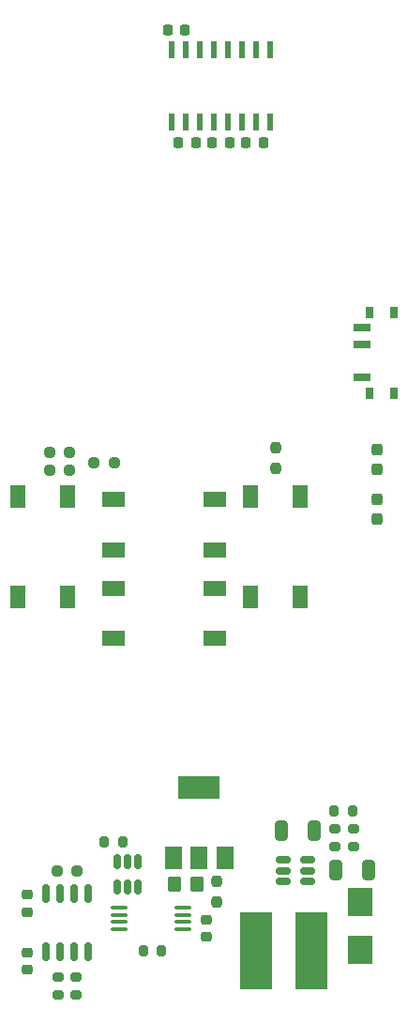
<source format=gbr>
%TF.GenerationSoftware,KiCad,Pcbnew,6.0.5-a6ca702e91~116~ubuntu20.04.1*%
%TF.CreationDate,2022-06-04T21:36:06-05:00*%
%TF.ProjectId,gpsOled,6770734f-6c65-4642-9e6b-696361645f70,rev?*%
%TF.SameCoordinates,Original*%
%TF.FileFunction,Paste,Top*%
%TF.FilePolarity,Positive*%
%FSLAX46Y46*%
G04 Gerber Fmt 4.6, Leading zero omitted, Abs format (unit mm)*
G04 Created by KiCad (PCBNEW 6.0.5-a6ca702e91~116~ubuntu20.04.1) date 2022-06-04 21:36:06*
%MOMM*%
%LPD*%
G01*
G04 APERTURE LIST*
G04 Aperture macros list*
%AMRoundRect*
0 Rectangle with rounded corners*
0 $1 Rounding radius*
0 $2 $3 $4 $5 $6 $7 $8 $9 X,Y pos of 4 corners*
0 Add a 4 corners polygon primitive as box body*
4,1,4,$2,$3,$4,$5,$6,$7,$8,$9,$2,$3,0*
0 Add four circle primitives for the rounded corners*
1,1,$1+$1,$2,$3*
1,1,$1+$1,$4,$5*
1,1,$1+$1,$6,$7*
1,1,$1+$1,$8,$9*
0 Add four rect primitives between the rounded corners*
20,1,$1+$1,$2,$3,$4,$5,0*
20,1,$1+$1,$4,$5,$6,$7,0*
20,1,$1+$1,$6,$7,$8,$9,0*
20,1,$1+$1,$8,$9,$2,$3,0*%
G04 Aperture macros list end*
%ADD10RoundRect,0.237500X-0.250000X-0.237500X0.250000X-0.237500X0.250000X0.237500X-0.250000X0.237500X0*%
%ADD11RoundRect,0.237500X-0.237500X0.250000X-0.237500X-0.250000X0.237500X-0.250000X0.237500X0.250000X0*%
%ADD12R,2.100000X1.400000*%
%ADD13RoundRect,0.150000X-0.150000X0.512500X-0.150000X-0.512500X0.150000X-0.512500X0.150000X0.512500X0*%
%ADD14RoundRect,0.225000X0.225000X0.250000X-0.225000X0.250000X-0.225000X-0.250000X0.225000X-0.250000X0*%
%ADD15RoundRect,0.200000X-0.275000X0.200000X-0.275000X-0.200000X0.275000X-0.200000X0.275000X0.200000X0*%
%ADD16RoundRect,0.150000X0.512500X0.150000X-0.512500X0.150000X-0.512500X-0.150000X0.512500X-0.150000X0*%
%ADD17RoundRect,0.225000X0.250000X-0.225000X0.250000X0.225000X-0.250000X0.225000X-0.250000X-0.225000X0*%
%ADD18R,3.000000X7.000000*%
%ADD19RoundRect,0.100000X0.637500X0.100000X-0.637500X0.100000X-0.637500X-0.100000X0.637500X-0.100000X0*%
%ADD20RoundRect,0.237500X0.237500X-0.287500X0.237500X0.287500X-0.237500X0.287500X-0.237500X-0.287500X0*%
%ADD21R,1.400000X2.100000*%
%ADD22RoundRect,0.250000X0.350000X0.450000X-0.350000X0.450000X-0.350000X-0.450000X0.350000X-0.450000X0*%
%ADD23RoundRect,0.225000X-0.250000X0.225000X-0.250000X-0.225000X0.250000X-0.225000X0.250000X0.225000X0*%
%ADD24R,2.300000X2.500000*%
%ADD25RoundRect,0.250000X0.325000X0.650000X-0.325000X0.650000X-0.325000X-0.650000X0.325000X-0.650000X0*%
%ADD26R,0.800000X1.000000*%
%ADD27R,1.500000X0.700000*%
%ADD28RoundRect,0.137500X0.137500X-0.662500X0.137500X0.662500X-0.137500X0.662500X-0.137500X-0.662500X0*%
%ADD29RoundRect,0.200000X0.200000X0.275000X-0.200000X0.275000X-0.200000X-0.275000X0.200000X-0.275000X0*%
%ADD30R,1.500000X2.000000*%
%ADD31R,3.800000X2.000000*%
%ADD32RoundRect,0.225000X-0.225000X-0.250000X0.225000X-0.250000X0.225000X0.250000X-0.225000X0.250000X0*%
%ADD33RoundRect,0.150000X-0.150000X0.675000X-0.150000X-0.675000X0.150000X-0.675000X0.150000X0.675000X0*%
%ADD34RoundRect,0.250000X-0.325000X-0.650000X0.325000X-0.650000X0.325000X0.650000X-0.325000X0.650000X0*%
G04 APERTURE END LIST*
D10*
%TO.C,R18*%
X138427500Y-103830000D03*
X140252500Y-103830000D03*
%TD*%
%TO.C,R17*%
X134427500Y-104430000D03*
X136252500Y-104430000D03*
%TD*%
%TO.C,R16*%
X134427500Y-102830000D03*
X136252500Y-102830000D03*
%TD*%
D11*
%TO.C,R15*%
X154840000Y-102467500D03*
X154840000Y-104292500D03*
%TD*%
D12*
%TO.C,SW5*%
X140240000Y-107130000D03*
X140240000Y-111630000D03*
X149340000Y-111630000D03*
X149340000Y-107130000D03*
%TD*%
D13*
%TO.C,U3*%
X142450000Y-139762500D03*
X141500000Y-139762500D03*
X140550000Y-139762500D03*
X140550000Y-142037500D03*
X141500000Y-142037500D03*
X142450000Y-142037500D03*
%TD*%
D14*
%TO.C,C12*%
X146665000Y-64730000D03*
X145115000Y-64730000D03*
%TD*%
D15*
%TO.C,R9*%
X160170000Y-136805000D03*
X160170000Y-138455000D03*
%TD*%
D12*
%TO.C,SW3*%
X140240000Y-115130000D03*
X140240000Y-119630000D03*
X149340000Y-119630000D03*
X149340000Y-115130000D03*
%TD*%
D16*
%TO.C,U6*%
X157767500Y-141540000D03*
X157767500Y-140590000D03*
X157767500Y-139640000D03*
X155492500Y-139640000D03*
X155492500Y-140590000D03*
X155492500Y-141540000D03*
%TD*%
D14*
%TO.C,C13*%
X153715000Y-74930000D03*
X152165000Y-74930000D03*
%TD*%
D17*
%TO.C,C4*%
X148600000Y-146575000D03*
X148600000Y-145025000D03*
%TD*%
D18*
%TO.C,L2*%
X153100000Y-147800000D03*
X158100000Y-147800000D03*
%TD*%
D19*
%TO.C,Q1*%
X146462500Y-145875000D03*
X146462500Y-145225000D03*
X146462500Y-144575000D03*
X146462500Y-143925000D03*
X140737500Y-143925000D03*
X140737500Y-144575000D03*
X140737500Y-145225000D03*
X140737500Y-145875000D03*
%TD*%
D15*
%TO.C,R12*%
X161890000Y-136815000D03*
X161890000Y-138465000D03*
%TD*%
D11*
%TO.C,C6*%
X149550000Y-141587500D03*
X149550000Y-143412500D03*
%TD*%
D20*
%TO.C,D2*%
X164000000Y-108875000D03*
X164000000Y-107125000D03*
%TD*%
D21*
%TO.C,SW2*%
X157040000Y-106830000D03*
X152540000Y-106830000D03*
X152540000Y-115930000D03*
X157040000Y-115930000D03*
%TD*%
D22*
%TO.C,C7*%
X147750000Y-141800000D03*
X145750000Y-141800000D03*
%TD*%
D23*
%TO.C,C3*%
X132420000Y-142765000D03*
X132420000Y-144315000D03*
%TD*%
D24*
%TO.C,D4*%
X162500000Y-143440000D03*
X162500000Y-147740000D03*
%TD*%
D25*
%TO.C,C9*%
X163215000Y-140580000D03*
X160265000Y-140580000D03*
%TD*%
D26*
%TO.C,SW1*%
X163335000Y-90230000D03*
X165545000Y-97530000D03*
X163335000Y-97530000D03*
X165545000Y-90230000D03*
D27*
X162685000Y-96130000D03*
X162685000Y-93130000D03*
X162685000Y-91630000D03*
%TD*%
D28*
%TO.C,U7*%
X145495000Y-73080000D03*
X146765000Y-73080000D03*
X148035000Y-73080000D03*
X149305000Y-73080000D03*
X150575000Y-73080000D03*
X151845000Y-73080000D03*
X153115000Y-73080000D03*
X154385000Y-73080000D03*
X154385000Y-66580000D03*
X153115000Y-66580000D03*
X151845000Y-66580000D03*
X150575000Y-66580000D03*
X149305000Y-66580000D03*
X148035000Y-66580000D03*
X146765000Y-66580000D03*
X145495000Y-66580000D03*
%TD*%
D17*
%TO.C,C5*%
X132430000Y-149555000D03*
X132430000Y-148005000D03*
%TD*%
D29*
%TO.C,R7*%
X144525000Y-147800000D03*
X142875000Y-147800000D03*
%TD*%
D15*
%TO.C,R3*%
X135200000Y-150175000D03*
X135200000Y-151825000D03*
%TD*%
D29*
%TO.C,R8*%
X161785000Y-135220000D03*
X160135000Y-135220000D03*
%TD*%
D30*
%TO.C,U4*%
X145650000Y-139400000D03*
X147950000Y-139400000D03*
D31*
X147950000Y-133100000D03*
D30*
X150250000Y-139400000D03*
%TD*%
D29*
%TO.C,R6*%
X141025000Y-138000000D03*
X139375000Y-138000000D03*
%TD*%
D32*
%TO.C,C10*%
X146065000Y-74930000D03*
X147615000Y-74930000D03*
%TD*%
D15*
%TO.C,R4*%
X136800000Y-150175000D03*
X136800000Y-151825000D03*
%TD*%
D10*
%TO.C,R5*%
X135087500Y-140600000D03*
X136912500Y-140600000D03*
%TD*%
D21*
%TO.C,SW4*%
X136040000Y-106830000D03*
X131540000Y-106830000D03*
X131540000Y-115930000D03*
X136040000Y-115930000D03*
%TD*%
D20*
%TO.C,D3*%
X164000000Y-104375000D03*
X164000000Y-102625000D03*
%TD*%
D33*
%TO.C,U2*%
X137905000Y-142675000D03*
X136635000Y-142675000D03*
X135365000Y-142675000D03*
X134095000Y-142675000D03*
X134095000Y-147925000D03*
X135365000Y-147925000D03*
X136635000Y-147925000D03*
X137905000Y-147925000D03*
%TD*%
D34*
%TO.C,C8*%
X155375000Y-136950000D03*
X158325000Y-136950000D03*
%TD*%
D32*
%TO.C,C11*%
X149115000Y-74930000D03*
X150665000Y-74930000D03*
%TD*%
M02*

</source>
